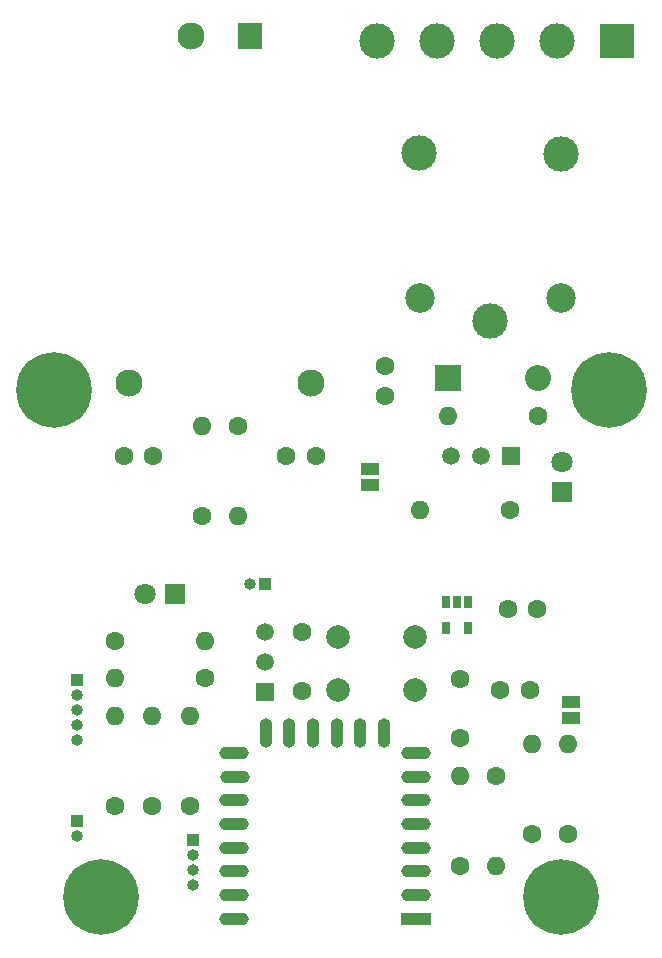
<source format=gbr>
%TF.GenerationSoftware,KiCad,Pcbnew,(5.1.5)-3*%
%TF.CreationDate,2020-12-06T12:17:53+01:00*%
%TF.ProjectId,cece-pcb,63656365-2d70-4636-922e-6b696361645f,rev?*%
%TF.SameCoordinates,Original*%
%TF.FileFunction,Soldermask,Top*%
%TF.FilePolarity,Negative*%
%FSLAX46Y46*%
G04 Gerber Fmt 4.6, Leading zero omitted, Abs format (unit mm)*
G04 Created by KiCad (PCBNEW (5.1.5)-3) date 2020-12-06 12:17:53*
%MOMM*%
%LPD*%
G04 APERTURE LIST*
%ADD10R,1.500000X1.000000*%
%ADD11C,3.000000*%
%ADD12R,3.000000X3.000000*%
%ADD13C,1.800000*%
%ADD14R,1.800000X1.800000*%
%ADD15C,1.600000*%
%ADD16O,1.000000X1.000000*%
%ADD17R,1.000000X1.000000*%
%ADD18O,1.600000X1.600000*%
%ADD19O,1.100000X2.500000*%
%ADD20O,2.500000X1.100000*%
%ADD21R,2.500000X1.100000*%
%ADD22O,2.200000X2.200000*%
%ADD23R,2.200000X2.200000*%
%ADD24C,6.400000*%
%ADD25C,2.500000*%
%ADD26C,2.300000*%
%ADD27R,2.000000X2.300000*%
%ADD28C,1.500000*%
%ADD29R,1.500000X1.500000*%
%ADD30C,2.000000*%
%ADD31R,0.650000X1.060000*%
G04 APERTURE END LIST*
D10*
%TO.C,JP3*%
X144780000Y-75072000D03*
X144780000Y-73772000D03*
%TD*%
D11*
%TO.C,J4*%
X145415000Y-37465000D03*
X150495000Y-37465000D03*
D12*
X165735000Y-37465000D03*
D11*
X155575000Y-37465000D03*
X160655000Y-37465000D03*
%TD*%
D13*
%TO.C,D1*%
X125730000Y-84328000D03*
D14*
X128270000Y-84328000D03*
%TD*%
D13*
%TO.C,D3*%
X161036000Y-73152000D03*
D14*
X161036000Y-75692000D03*
%TD*%
D15*
%TO.C,C6*%
X137708000Y-72644000D03*
X140208000Y-72644000D03*
%TD*%
D10*
%TO.C,JP2*%
X161798000Y-94772000D03*
X161798000Y-93472000D03*
%TD*%
D16*
%TO.C,J2*%
X129794000Y-108966000D03*
X129794000Y-107696000D03*
X129794000Y-106426000D03*
D17*
X129794000Y-105156000D03*
%TD*%
D18*
%TO.C,R8*%
X129540000Y-94615000D03*
D15*
X129540000Y-102235000D03*
%TD*%
D19*
%TO.C,U1*%
X135965000Y-96090000D03*
X137965000Y-96090000D03*
X139965000Y-96090000D03*
X141965000Y-96090000D03*
X143965000Y-96090000D03*
X145965000Y-96090000D03*
D20*
X133255000Y-111790000D03*
X133255000Y-109790000D03*
X133255000Y-107790000D03*
X133255000Y-105790000D03*
X133255000Y-103790000D03*
X133255000Y-101790000D03*
X133355000Y-99790000D03*
X133255000Y-97790000D03*
X148655000Y-97790000D03*
X148655000Y-99790000D03*
X148655000Y-101790000D03*
X148655000Y-103790000D03*
X148655000Y-105790000D03*
X148655000Y-107790000D03*
X148655000Y-109790000D03*
D21*
X148655000Y-111790000D03*
%TD*%
D15*
%TO.C,C1*%
X139065000Y-87525000D03*
X139065000Y-92525000D03*
%TD*%
%TO.C,C2*%
X158964000Y-85598000D03*
X156464000Y-85598000D03*
%TD*%
%TO.C,C3*%
X155829000Y-92456000D03*
X158329000Y-92456000D03*
%TD*%
%TO.C,C4*%
X152400000Y-96520000D03*
X152400000Y-91520000D03*
%TD*%
%TO.C,C5*%
X123952000Y-72644000D03*
X126452000Y-72644000D03*
%TD*%
%TO.C,C7*%
X146050000Y-67524000D03*
X146050000Y-65024000D03*
%TD*%
D22*
%TO.C,D2*%
X159004000Y-66040000D03*
D23*
X151384000Y-66040000D03*
%TD*%
D24*
%TO.C,H1*%
X118000000Y-67000000D03*
%TD*%
%TO.C,H2*%
X122000000Y-110000000D03*
%TD*%
%TO.C,H3*%
X165000000Y-67000000D03*
%TD*%
%TO.C,H4*%
X161000000Y-110000000D03*
%TD*%
D17*
%TO.C,J1*%
X120015000Y-91567000D03*
D16*
X120015000Y-92837000D03*
X120015000Y-94107000D03*
X120015000Y-95377000D03*
X120015000Y-96647000D03*
%TD*%
D17*
%TO.C,J3*%
X135890000Y-83470000D03*
D16*
X134620000Y-83470000D03*
%TD*%
D17*
%TO.C,JP11*%
X120015000Y-103505000D03*
D16*
X120015000Y-104775000D03*
%TD*%
D11*
%TO.C,K1*%
X154940000Y-61214000D03*
D25*
X148990000Y-59264000D03*
D11*
X148940000Y-47014000D03*
X160990000Y-47064000D03*
D25*
X160990000Y-59264000D03*
%TD*%
D26*
%TO.C,PS1*%
X124420000Y-66484000D03*
X129620000Y-37084000D03*
D27*
X134620000Y-37084000D03*
D26*
X139820000Y-66484000D03*
%TD*%
D28*
%TO.C,Q1*%
X135890000Y-90035000D03*
X135890000Y-87495000D03*
D29*
X135890000Y-92575000D03*
%TD*%
D28*
%TO.C,Q2*%
X154178000Y-72644000D03*
X151638000Y-72644000D03*
D29*
X156718000Y-72644000D03*
%TD*%
D15*
%TO.C,R1*%
X158496000Y-104648000D03*
D18*
X158496000Y-97028000D03*
%TD*%
%TO.C,R2*%
X161544000Y-97028000D03*
D15*
X161544000Y-104648000D03*
%TD*%
%TO.C,R3*%
X130810000Y-91440000D03*
D18*
X123190000Y-91440000D03*
%TD*%
%TO.C,R4*%
X155448000Y-107315000D03*
D15*
X155448000Y-99695000D03*
%TD*%
%TO.C,R5*%
X152400000Y-107315000D03*
D18*
X152400000Y-99695000D03*
%TD*%
D15*
%TO.C,R6*%
X126365000Y-102235000D03*
D18*
X126365000Y-94615000D03*
%TD*%
D15*
%TO.C,R7*%
X123190000Y-102235000D03*
D18*
X123190000Y-94615000D03*
%TD*%
D15*
%TO.C,R9*%
X130556000Y-77724000D03*
D18*
X130556000Y-70104000D03*
%TD*%
%TO.C,R10*%
X133604000Y-77724000D03*
D15*
X133604000Y-70104000D03*
%TD*%
%TO.C,R11*%
X156668000Y-77216000D03*
D18*
X149048000Y-77216000D03*
%TD*%
D15*
%TO.C,R13*%
X123190000Y-88265000D03*
D18*
X130810000Y-88265000D03*
%TD*%
D15*
%TO.C,R14*%
X159004000Y-69215000D03*
D18*
X151384000Y-69215000D03*
%TD*%
D30*
%TO.C,SW1*%
X148590000Y-87956000D03*
X148590000Y-92456000D03*
X142090000Y-87956000D03*
X142090000Y-92456000D03*
%TD*%
D31*
%TO.C,U3*%
X153096000Y-87206000D03*
X151196000Y-87206000D03*
X151196000Y-85006000D03*
X152146000Y-85006000D03*
X153096000Y-85006000D03*
%TD*%
M02*

</source>
